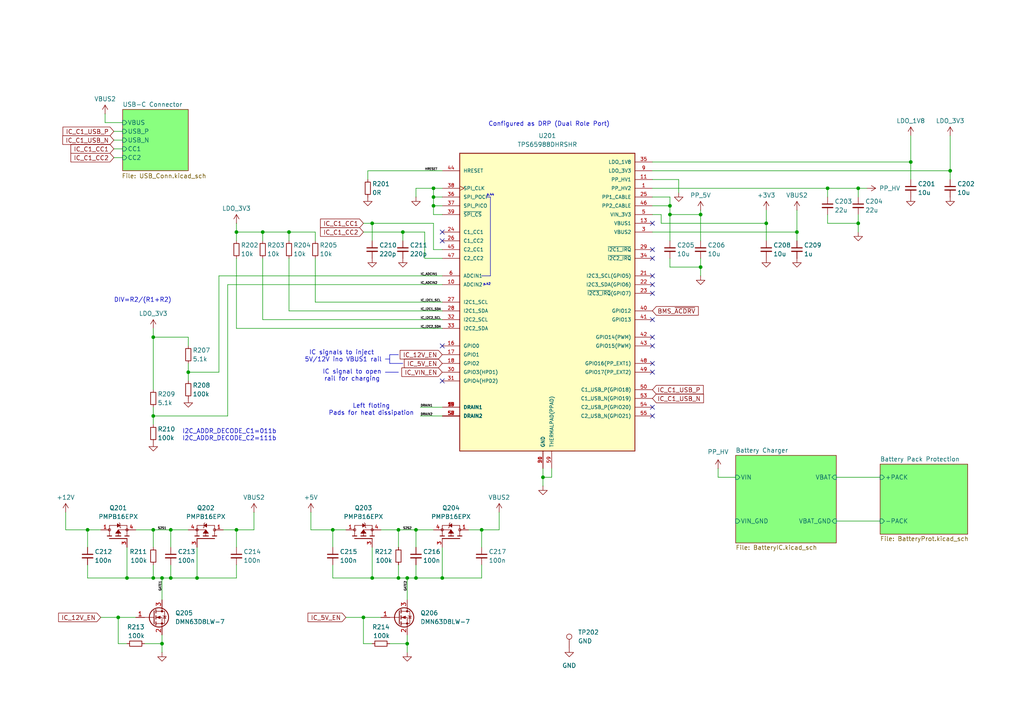
<source format=kicad_sch>
(kicad_sch (version 20231120) (generator "eeschema") (generator_version "8.0")
  (paper "A4")
  (title_block (title "Battery Pack Board") (date "2024-09-21") (rev "1.0") (company "WM"))
  (lib_symbols
    (symbol "Connector:TestPoint" (pin_numbers hide) (pin_names (offset 0.762) hide)
      (property "Reference" "TP" (at 0 6.858 0))
      (property "Value" "TestPoint" (at 0 5.08 0))
      (symbol "TestPoint_0_1"
        (circle (center 0 3.302) (radius 0.762))
      )
      (symbol "TestPoint_1_1"
        (pin passive line (at 0 0 90) (length 2.54) (name "1") (number "1"))
      )
    )
    (symbol "Device:C_Small" (pin_numbers hide) (pin_names (offset 0.254) hide)
      (property "Reference" "C" (at 0.254 1.778 0))
      (property "Value" "C_Small" (at 0.254 -2.032 0))
      (symbol "C_Small_0_1"
        (polyline (pts (xy -1.524 -0.508) (xy 1.524 -0.508)) (stroke (width 0.3302)))
        (polyline (pts (xy -1.524 0.508) (xy 1.524 0.508)) (stroke (width 0.3048)))
      )
      (symbol "C_Small_1_1"
        (pin passive line (at 0 2.54 270) (length 2.032) (name "~") (number "1"))
        (pin passive line (at 0 -2.54 90) (length 2.032) (name "~") (number "2"))
      )
    )
    (symbol "Device:Q_NMOS_GSD" (pin_names (offset 0) hide)
      (property "Reference" "Q" (at 5.08 1.27 0))
      (property "Value" "Q_NMOS_GSD" (at 5.08 -1.27 0))
      (symbol "Q_NMOS_GSD_0_1"
        (polyline (pts (xy 0.254 0) (xy -2.54 0)))
        (polyline (pts (xy 0.254 1.905) (xy 0.254 -1.905)) (stroke (width 0.254)))
        (polyline (pts (xy 0.762 -1.27) (xy 0.762 -2.286)) (stroke (width 0.254)))
        (polyline (pts (xy 0.762 0.508) (xy 0.762 -0.508)) (stroke (width 0.254)))
        (polyline (pts (xy 0.762 2.286) (xy 0.762 1.27)) (stroke (width 0.254)))
        (polyline (pts (xy 2.54 2.54) (xy 2.54 1.778)))
        (polyline (pts (xy 2.54 -2.54) (xy 2.54 0) (xy 0.762 0)))
        (polyline (pts (xy 0.762 -1.778) (xy 3.302 -1.778) (xy 3.302 1.778) (xy 0.762 1.778)))
        (polyline (pts (xy 1.016 0) (xy 2.032 0.381) (xy 2.032 -0.381) (xy 1.016 0)) (fill (type outline)))
        (polyline (pts (xy 2.794 0.508) (xy 2.921 0.381) (xy 3.683 0.381) (xy 3.81 0.254)))
        (polyline (pts (xy 3.302 0.381) (xy 2.921 -0.254) (xy 3.683 -0.254) (xy 3.302 0.381)))
        (circle (center 1.651 0) (radius 2.794) (stroke (width 0.254)))
        (circle (center 2.54 -1.778) (radius 0.254) (fill (type outline)))
        (circle (center 2.54 1.778) (radius 0.254) (fill (type outline)))
      )
      (symbol "Q_NMOS_GSD_1_1"
        (pin input line (at -5.08 0 0) (length 2.54) (name "G") (number "1"))
        (pin passive line (at 2.54 -5.08 90) (length 2.54) (name "S") (number "2"))
        (pin passive line (at 2.54 5.08 270) (length 2.54) (name "D") (number "3"))
      )
    )
    (symbol "Device:R_Small" (pin_numbers hide) (pin_names (offset 0.254) hide)
      (property "Reference" "R" (at 0.762 0.508 0))
      (property "Value" "R_Small" (at 0.762 -1.016 0))
      (symbol "R_Small_0_1"
        (rectangle (start -0.762 1.778) (end 0.762 -1.778) (stroke (width 0.2032)))
      )
      (symbol "R_Small_1_1"
        (pin passive line (at 0 2.54 270) (length 0.762) (name "~") (number "1"))
        (pin passive line (at 0 -2.54 90) (length 0.762) (name "~") (number "2"))
      )
    )
    (symbol "PMPB16EPX:PMPB16EPX" (pin_names (offset 1.016))
      (property "Reference" "Q" (at -6.096 4.064 0))
      (property "Value" "PMPB16EPX" (at -9.906 -6.35 0))
      (symbol "PMPB16EPX_0_0"
        (polyline (pts (xy 0 -2.54) (xy 0 2.54)) (stroke (width 0.254)))
        (polyline (pts (xy 0.762 -3.175) (xy 0.762 -2.54)) (stroke (width 0.254)))
        (polyline (pts (xy 0.762 -2.54) (xy 0.762 -1.905)) (stroke (width 0.254)))
        (polyline (pts (xy 0.762 -2.54) (xy 3.81 -2.54)) (stroke (width 0.1524)))
        (polyline (pts (xy 0.762 -0.762) (xy 0.762 0)) (stroke (width 0.254)))
        (polyline (pts (xy 0.762 0) (xy 0.762 0.762)) (stroke (width 0.254)))
        (polyline (pts (xy 0.762 0) (xy 2.54 0)) (stroke (width 0.1524)))
        (polyline (pts (xy 0.762 1.905) (xy 0.762 2.54)) (stroke (width 0.254)))
        (polyline (pts (xy 0.762 2.54) (xy 0.762 3.175)) (stroke (width 0.254)))
        (polyline (pts (xy 2.54 0) (xy 2.54 2.54)) (stroke (width 0.1524)))
        (polyline (pts (xy 2.54 2.54) (xy 0.762 2.54)) (stroke (width 0.1524)))
        (polyline (pts (xy 2.54 2.54) (xy 3.81 2.54)) (stroke (width 0.1524)))
        (polyline (pts (xy 3.048 0.762) (xy 3.302 0.508)) (stroke (width 0.1524)))
        (polyline (pts (xy 3.302 0.508) (xy 3.81 0.508)) (stroke (width 0.1524)))
        (polyline (pts (xy 3.81 -2.54) (xy 3.81 0.508)) (stroke (width 0.1524)))
        (polyline (pts (xy 3.81 0.508) (xy 3.81 2.54)) (stroke (width 0.1524)))
        (polyline (pts (xy 3.81 0.508) (xy 4.318 0.508)) (stroke (width 0.1524)))
        (polyline (pts (xy 4.318 0.508) (xy 4.572 0.254)) (stroke (width 0.1524)))
        (polyline (pts (xy 2.54 0) (xy 1.524 0.762) (xy 1.524 -0.762) (xy 2.54 0)) (stroke (width 0.1524)) (fill (type outline)))
        (polyline (pts (xy 3.81 0.508) (xy 4.318 -0.254) (xy 3.302 -0.254) (xy 3.81 0.508)) (stroke (width 0.1524)) (fill (type outline)))
        (circle (center 2.54 -2.54) (radius 0.3592))
        (circle (center 2.54 2.54) (radius 0.3592))
        (pin passive line (at 2.54 -5.08 90) (length 2.54) (name "~") (number "1"))
        (pin passive line (at -2.54 2.54 0) (length 2.54) (name "~") (number "3"))
        (pin passive line (at 2.54 5.08 270) (length 2.54) (name "~") (number "4"))
      )
      (symbol "PMPB16EPX_1_0"
        (pin passive line (at 2.54 -5.08 90) (length 2.54) hide (name "~") (number "2"))
        (pin passive line (at 2.54 -5.08 90) (length 2.54) hide (name "~") (number "5"))
        (pin passive line (at 2.54 -5.08 90) (length 2.54) hide (name "~") (number "6"))
        (pin passive line (at 2.54 -5.08 90) (length 2.54) hide (name "~") (number "7"))
        (pin passive line (at 2.54 5.08 270) (length 2.54) hide (name "~") (number "8"))
      )
    )
    (symbol "TPS65988DHRSHR:TPS65988DHRSHR" (pin_names (offset 1.016))
      (property "Reference" "U" (at -25.4039 44.4579 0))
      (property "Value" "TPS65988DHRSHR" (at -25.4014 -45.7227 0))
      (symbol "TPS65988DHRSHR_0_0"
        (rectangle (start -25.4 -43.18) (end 25.4 43.18) (stroke (width 0.254)) (fill (type background)))
        (pin power_in line (at 30.48 33.02 180) (length 5.08) (name "PP_HV2") (number "1"))
        (pin input line (at -30.48 5.08 0) (length 5.08) (name "ADCIN2") (number "10"))
        (pin power_in line (at 30.48 35.56 180) (length 5.08) (name "PP_HV1") (number "11"))
        (pin power_in line (at 30.48 22.86 180) (length 5.08) (name "VBUS1") (number "13"))
        (pin passive line (at -30.48 -30.48 0) (length 5.08) (name "DRAIN1") (number "15"))
        (pin bidirectional line (at -30.48 -12.7 0) (length 5.08) (name "GPIO0") (number "16"))
        (pin bidirectional line (at -30.48 -15.24 0) (length 5.08) (name "GPIO1") (number "17"))
        (pin bidirectional line (at -30.48 -17.78 0) (length 5.08) (name "GPIO2") (number "18"))
        (pin passive line (at -30.48 -30.48 0) (length 5.08) (name "DRAIN1") (number "19"))
        (pin power_in line (at -1.27 -48.26 90) (length 5.08) (name "GND") (number "20"))
        (pin bidirectional line (at 30.48 7.62 180) (length 5.08) (name "I2C3_SCL(GPIO5)") (number "21"))
        (pin bidirectional line (at 30.48 5.08 180) (length 5.08) (name "I2C3_SDA(GPIO6)") (number "22"))
        (pin bidirectional line (at 30.48 2.54 180) (length 5.08) (name "~{I2C3_IRQ}(GPIO7)") (number "23"))
        (pin bidirectional line (at -30.48 20.32 0) (length 5.08) (name "C1_CC1") (number "24"))
        (pin power_in line (at 30.48 30.48 180) (length 5.08) (name "PP1_CABLE") (number "25"))
        (pin bidirectional line (at -30.48 17.78 0) (length 5.08) (name "C1_CC2") (number "26"))
        (pin bidirectional line (at -30.48 0 0) (length 5.08) (name "I2C1_SCL") (number "27"))
        (pin bidirectional line (at -30.48 -2.54 0) (length 5.08) (name "I2C1_SDA") (number "28"))
        (pin output line (at 30.48 15.24 180) (length 5.08) (name "~{I2C1_IRQ}") (number "29"))
        (pin power_in line (at 30.48 20.32 180) (length 5.08) (name "VBUS2") (number "3"))
        (pin bidirectional line (at -30.48 -20.32 0) (length 5.08) (name "GPIO3(HPD1)") (number "30"))
        (pin bidirectional line (at -30.48 -22.86 0) (length 5.08) (name "GPIO4(HPD2)") (number "31"))
        (pin bidirectional line (at -30.48 -5.08 0) (length 5.08) (name "I2C2_SCL") (number "32"))
        (pin bidirectional line (at -30.48 -7.62 0) (length 5.08) (name "I2C2_SDA") (number "33"))
        (pin output line (at 30.48 12.7 180) (length 5.08) (name "~{I2C2_IRQ}") (number "34"))
        (pin power_in line (at 30.48 40.64 180) (length 5.08) (name "LDO_1V8") (number "35"))
        (pin bidirectional line (at -30.48 30.48 0) (length 5.08) (name "SPI_POCI") (number "36"))
        (pin bidirectional line (at -30.48 27.94 0) (length 5.08) (name "SPI_PICO") (number "37"))
        (pin bidirectional clock (at -30.48 33.02 0) (length 5.08) (name "SPI_CLK") (number "38"))
        (pin bidirectional line (at -30.48 25.4 0) (length 5.08) (name "~{SPI_CS}") (number "39"))
        (pin bidirectional line (at 30.48 -2.54 180) (length 5.08) (name "GPIO12") (number "40"))
        (pin bidirectional line (at 30.48 -5.08 180) (length 5.08) (name "GPIO13") (number "41"))
        (pin bidirectional line (at 30.48 -10.16 180) (length 5.08) (name "GPIO14(PWM)") (number "42"))
        (pin bidirectional line (at 30.48 -12.7 180) (length 5.08) (name "GPIO15(PWM)") (number "43"))
        (pin bidirectional line (at -30.48 38.1 0) (length 5.08) (name "HRESET") (number "44"))
        (pin bidirectional line (at -30.48 15.24 0) (length 5.08) (name "C2_CC1") (number "45"))
        (pin power_in line (at 30.48 27.94 180) (length 5.08) (name "PP2_CABLE") (number "46"))
        (pin bidirectional line (at -30.48 12.7 0) (length 5.08) (name "C2_CC2") (number "47"))
        (pin bidirectional line (at 30.48 -17.78 180) (length 5.08) (name "GPIO16(PP_EXT1)") (number "48"))
        (pin bidirectional line (at 30.48 -20.32 180) (length 5.08) (name "GPIO17(PP_EXT2)") (number "49"))
        (pin power_in line (at 30.48 25.4 180) (length 5.08) (name "VIN_3V3") (number "5"))
        (pin bidirectional line (at 30.48 -25.4 180) (length 5.08) (name "C1_USB_P(GPIO18)") (number "50"))
        (pin power_in line (at -1.27 -48.26 90) (length 5.08) (name "GND") (number "51"))
        (pin passive line (at -30.48 -33.02 0) (length 5.08) (name "DRAIN2") (number "52"))
        (pin bidirectional line (at 30.48 -27.94 180) (length 5.08) (name "C1_USB_N(GPIO19)") (number "53"))
        (pin bidirectional line (at 30.48 -30.48 180) (length 5.08) (name "C2_USB_P(GPIO20)") (number "54"))
        (pin bidirectional line (at 30.48 -33.02 180) (length 5.08) (name "C2_USB_N(GPIO21)") (number "55"))
        (pin passive line (at -30.48 -33.02 0) (length 5.08) (name "DRAIN2") (number "56"))
        (pin passive line (at -30.48 -33.02 0) (length 5.08) (name "DRAIN2") (number "57"))
        (pin passive line (at -30.48 -30.48 0) (length 5.08) (name "DRAIN1") (number "58"))
        (pin power_in line (at 1.27 -48.26 90) (length 5.08) (name "THERMALPAD(PPAD)") (number "59"))
        (pin input line (at -30.48 7.62 0) (length 5.08) (name "ADCIN1") (number "6"))
        (pin passive line (at -30.48 -33.02 0) (length 5.08) (name "DRAIN2") (number "7"))
        (pin passive line (at -30.48 -30.48 0) (length 5.08) (name "DRAIN1") (number "8"))
        (pin power_in line (at 30.48 38.1 180) (length 5.08) (name "LDO_3V3") (number "9"))
      )
      (symbol "TPS65988DHRSHR_1_0"
        (pin power_in line (at 30.48 35.56 180) (length 5.08) hide (name "PP_HV1") (number "12"))
        (pin power_in line (at 30.48 22.86 180) (length 5.08) hide (name "VBUS1") (number "14"))
        (pin power_in line (at 30.48 33.02 180) (length 5.08) hide (name "PP_HV2") (number "2"))
        (pin power_in line (at 30.48 20.32 180) (length 5.08) hide (name "VBUS2") (number "4"))
      )
    )
    (symbol "power:+3.3V" (power) (pin_numbers hide) (pin_names (offset 0) hide)
      (property "Value" "+3.3V" (at 0 3.556 0))
      (symbol "+3.3V_0_1"
        (polyline (pts (xy -0.762 1.27) (xy 0 2.54)))
        (polyline (pts (xy 0 0) (xy 0 2.54)))
        (polyline (pts (xy 0 2.54) (xy 0.762 1.27)))
      )
      (symbol "+3.3V_1_1"
        (pin power_in line (at 0 0 90) (length 0) (name "~") (number "1"))
      )
    )
    (symbol "power:GND" (power) (pin_numbers hide) (pin_names (offset 0) hide)
      (property "Value" "GND" (at 0 -3.81 0))
      (symbol "GND_0_1"
        (polyline (pts (xy 0 0) (xy 0 -1.27) (xy 1.27 -1.27) (xy 0 -2.54) (xy -1.27 -1.27) (xy 0 -1.27)))
      )
      (symbol "GND_1_1"
        (pin power_in line (at 0 0 270) (length 0) (name "~") (number "1"))
      )
    )
  )
  (junction (at 44.45 167.64))
  (junction (at 118.11 167.64))
  (junction (at 125.73 59.69))
  (junction (at 46.99 186.69))
  (junction (at 83.82 67.31))
  (junction (at 96.52 153.67))
  (junction (at 68.58 67.31))
  (junction (at 275.59 49.53))
  (junction (at 46.99 167.64))
  (junction (at 57.15 167.64))
  (junction (at 34.29 179.07))
  (junction (at 203.2 62.23))
  (junction (at 157.48 138.43))
  (junction (at 49.53 167.64))
  (junction (at 44.45 120.65))
  (junction (at 240.03 54.61))
  (junction (at 49.53 153.67))
  (junction (at 44.45 153.67))
  (junction (at 128.27 167.64))
  (junction (at 118.11 186.69))
  (junction (at 125.73 57.15))
  (junction (at 203.2 77.47))
  (junction (at 68.58 153.67))
  (junction (at 76.2 67.31))
  (junction (at 264.16 46.99))
  (junction (at 115.57 167.64))
  (junction (at 194.31 59.69))
  (junction (at 248.92 64.77))
  (junction (at 54.61 107.95))
  (junction (at 231.14 67.31))
  (junction (at 44.45 97.79))
  (junction (at 194.31 62.23))
  (junction (at 116.84 67.31))
  (junction (at 115.57 153.67))
  (junction (at 248.92 54.61))
  (junction (at 139.7 153.67))
  (junction (at 125.73 54.61))
  (junction (at 222.25 64.77))
  (junction (at 120.65 167.64))
  (junction (at 105.41 179.07))
  (junction (at 120.65 153.67))
  (junction (at 36.83 167.64))
  (junction (at 107.95 167.64))
  (junction (at 107.95 64.77))
  (junction (at 25.4 153.67))
  (no_connect (at 128.27 110.49))
  (no_connect (at 189.23 82.55))
  (no_connect (at 189.23 85.09))
  (no_connect (at 189.23 64.77))
  (no_connect (at 189.23 74.93))
  (no_connect (at 189.23 120.65))
  (no_connect (at 189.23 92.71))
  (no_connect (at 128.27 69.85))
  (no_connect (at 189.23 118.11))
  (no_connect (at 189.23 107.95))
  (no_connect (at 189.23 72.39))
  (no_connect (at 128.27 100.33))
  (no_connect (at 189.23 105.41))
  (no_connect (at 128.27 67.31))
  (no_connect (at 189.23 100.33))
  (no_connect (at 189.23 80.01))
  (no_connect (at 189.23 97.79))
  (wire (pts (xy 264.16 46.99) (xy 264.16 39.37)))
  (wire (pts (xy 123.19 67.31) (xy 123.19 74.93)))
  (wire (pts (xy 128.27 57.15) (xy 125.73 57.15)))
  (wire (pts (xy 46.99 186.69) (xy 46.99 184.15)))
  (wire (pts (xy 90.17 153.67) (xy 96.52 153.67)))
  (wire (pts (xy 248.92 64.77) (xy 248.92 62.23)))
  (wire (pts (xy 25.4 167.64) (xy 36.83 167.64)))
  (wire (pts (xy 196.85 55.88) (xy 196.85 52.07)))
  (wire (pts (xy 189.23 57.15) (xy 194.31 57.15)))
  (wire (pts (xy 194.31 77.47) (xy 203.2 77.47)))
  (wire (pts (xy 83.82 90.17) (xy 83.82 74.93)))
  (wire (pts (xy 35.56 43.18) (xy 33.02 43.18)))
  (wire (pts (xy 120.65 167.64) (xy 120.65 163.83)))
  (wire (pts (xy 110.49 153.67) (xy 115.57 153.67)))
  (wire (pts (xy 189.23 54.61) (xy 240.03 54.61)))
  (wire (pts (xy 68.58 153.67) (xy 68.58 158.75)))
  (wire (pts (xy 231.14 67.31) (xy 231.14 69.85)))
  (wire (pts (xy 189.23 67.31) (xy 231.14 67.31)))
  (wire (pts (xy 242.57 151.13) (xy 255.27 151.13)))
  (wire (pts (xy 116.84 67.31) (xy 116.84 69.85)))
  (wire (pts (xy 68.58 67.31) (xy 68.58 69.85)))
  (wire (pts (xy 83.82 67.31) (xy 76.2 67.31)))
  (wire (pts (xy 125.73 62.23) (xy 125.73 59.69)))
  (wire (pts (xy 157.48 140.97) (xy 157.48 138.43)))
  (wire (pts (xy 107.95 167.64) (xy 115.57 167.64)))
  (wire (pts (xy 44.45 120.65) (xy 66.04 120.65)))
  (wire (pts (xy 41.91 186.69) (xy 46.99 186.69)))
  (wire (pts (xy 107.95 158.75) (xy 107.95 167.64)))
  (polyline (pts (xy 142.24 80.01) (xy 142.24 57.15)))
  (wire (pts (xy 115.57 153.67) (xy 120.65 153.67)))
  (wire (pts (xy 44.45 118.11) (xy 44.45 120.65)))
  (wire (pts (xy 46.99 167.64) (xy 49.53 167.64)))
  (wire (pts (xy 123.19 74.93) (xy 128.27 74.93)))
  (wire (pts (xy 189.23 49.53) (xy 275.59 49.53)))
  (wire (pts (xy 25.4 153.67) (xy 29.21 153.67)))
  (wire (pts (xy 144.78 148.59) (xy 144.78 153.67)))
  (wire (pts (xy 105.41 67.31) (xy 116.84 67.31)))
  (wire (pts (xy 68.58 163.83) (xy 68.58 167.64)))
  (wire (pts (xy 116.84 67.31) (xy 123.19 67.31)))
  (wire (pts (xy 44.45 163.83) (xy 44.45 167.64)))
  (wire (pts (xy 125.73 57.15) (xy 125.73 59.69)))
  (wire (pts (xy 120.65 54.61) (xy 120.65 57.15)))
  (wire (pts (xy 120.65 153.67) (xy 120.65 158.75)))
  (wire (pts (xy 118.11 167.64) (xy 120.65 167.64)))
  (wire (pts (xy 96.52 163.83) (xy 96.52 167.64)))
  (wire (pts (xy 66.04 82.55) (xy 128.27 82.55)))
  (wire (pts (xy 231.14 60.96) (xy 231.14 67.31)))
  (wire (pts (xy 120.65 153.67) (xy 125.73 153.67)))
  (wire (pts (xy 83.82 90.17) (xy 128.27 90.17)))
  (wire (pts (xy 248.92 54.61) (xy 248.92 57.15)))
  (wire (pts (xy 139.7 153.67) (xy 144.78 153.67)))
  (wire (pts (xy 189.23 59.69) (xy 194.31 59.69)))
  (wire (pts (xy 194.31 57.15) (xy 194.31 59.69)))
  (wire (pts (xy 54.61 97.79) (xy 44.45 97.79)))
  (wire (pts (xy 125.73 72.39) (xy 128.27 72.39)))
  (wire (pts (xy 33.02 38.1) (xy 35.56 38.1)))
  (wire (pts (xy 157.48 138.43) (xy 157.48 135.89)))
  (wire (pts (xy 115.57 163.83) (xy 115.57 167.64)))
  (wire (pts (xy 36.83 186.69) (xy 34.29 186.69)))
  (wire (pts (xy 90.17 148.59) (xy 90.17 153.67)))
  (wire (pts (xy 125.73 54.61) (xy 125.73 57.15)))
  (wire (pts (xy 49.53 167.64) (xy 49.53 163.83)))
  (wire (pts (xy 57.15 158.75) (xy 57.15 167.64)))
  (wire (pts (xy 33.02 40.64) (xy 35.56 40.64)))
  (wire (pts (xy 118.11 189.23) (xy 118.11 186.69)))
  (wire (pts (xy 19.05 148.59) (xy 19.05 153.67)))
  (wire (pts (xy 54.61 107.95) (xy 54.61 110.49)))
  (wire (pts (xy 19.05 153.67) (xy 25.4 153.67)))
  (wire (pts (xy 128.27 59.69) (xy 125.73 59.69)))
  (wire (pts (xy 54.61 105.41) (xy 54.61 107.95)))
  (wire (pts (xy 121.92 118.11) (xy 128.27 118.11)))
  (wire (pts (xy 68.58 95.25) (xy 128.27 95.25)))
  (wire (pts (xy 139.7 167.64) (xy 128.27 167.64)))
  (wire (pts (xy 44.45 153.67) (xy 44.45 158.75)))
  (wire (pts (xy 139.7 153.67) (xy 139.7 158.75)))
  (wire (pts (xy 105.41 179.07) (xy 110.49 179.07)))
  (wire (pts (xy 107.95 64.77) (xy 125.73 64.77)))
  (wire (pts (xy 96.52 153.67) (xy 100.33 153.67)))
  (wire (pts (xy 66.04 120.65) (xy 66.04 82.55)))
  (wire (pts (xy 29.21 179.07) (xy 34.29 179.07)))
  (wire (pts (xy 203.2 62.23) (xy 203.2 69.85)))
  (wire (pts (xy 105.41 179.07) (xy 105.41 186.69)))
  (wire (pts (xy 106.68 49.53) (xy 128.27 49.53)))
  (wire (pts (xy 135.89 153.67) (xy 139.7 153.67)))
  (wire (pts (xy 54.61 97.79) (xy 54.61 100.33)))
  (wire (pts (xy 36.83 167.64) (xy 44.45 167.64)))
  (wire (pts (xy 115.57 153.67) (xy 115.57 158.75)))
  (wire (pts (xy 30.48 33.02) (xy 30.48 35.56)))
  (wire (pts (xy 191.77 64.77) (xy 222.25 64.77)))
  (wire (pts (xy 91.44 87.63) (xy 91.44 74.93)))
  (wire (pts (xy 34.29 179.07) (xy 39.37 179.07)))
  (wire (pts (xy 25.4 153.67) (xy 25.4 158.75)))
  (wire (pts (xy 194.31 62.23) (xy 194.31 59.69)))
  (wire (pts (xy 275.59 39.37) (xy 275.59 49.53)))
  (wire (pts (xy 76.2 92.71) (xy 128.27 92.71)))
  (wire (pts (xy 125.73 64.77) (xy 125.73 72.39)))
  (wire (pts (xy 64.77 153.67) (xy 68.58 153.67)))
  (wire (pts (xy 240.03 54.61) (xy 248.92 54.61)))
  (wire (pts (xy 107.95 64.77) (xy 107.95 69.85)))
  (wire (pts (xy 46.99 189.23) (xy 46.99 186.69)))
  (wire (pts (xy 194.31 62.23) (xy 203.2 62.23)))
  (wire (pts (xy 91.44 69.85) (xy 91.44 67.31)))
  (polyline (pts (xy 140.97 57.15) (xy 142.24 57.15)))
  (wire (pts (xy 160.02 138.43) (xy 157.48 138.43)))
  (wire (pts (xy 25.4 163.83) (xy 25.4 167.64)))
  (wire (pts (xy 100.33 179.07) (xy 105.41 179.07)))
  (wire (pts (xy 125.73 54.61) (xy 120.65 54.61)))
  (wire (pts (xy 203.2 80.01) (xy 203.2 77.47)))
  (wire (pts (xy 57.15 167.64) (xy 49.53 167.64)))
  (wire (pts (xy 63.5 80.01) (xy 63.5 107.95)))
  (wire (pts (xy 189.23 62.23) (xy 191.77 62.23)))
  (wire (pts (xy 128.27 54.61) (xy 125.73 54.61)))
  (wire (pts (xy 264.16 46.99) (xy 264.16 52.07)))
  (wire (pts (xy 36.83 158.75) (xy 36.83 167.64)))
  (wire (pts (xy 194.31 62.23) (xy 194.31 69.85)))
  (wire (pts (xy 76.2 67.31) (xy 68.58 67.31)))
  (polyline (pts (xy 139.7 80.01) (xy 142.24 80.01)))
  (wire (pts (xy 34.29 179.07) (xy 34.29 186.69)))
  (wire (pts (xy 30.48 35.56) (xy 35.56 35.56)))
  (wire (pts (xy 68.58 167.64) (xy 57.15 167.64)))
  (wire (pts (xy 68.58 64.77) (xy 68.58 67.31)))
  (wire (pts (xy 189.23 46.99) (xy 264.16 46.99)))
  (wire (pts (xy 160.02 135.89) (xy 160.02 138.43)))
  (wire (pts (xy 128.27 158.75) (xy 128.27 167.64)))
  (wire (pts (xy 208.28 135.89) (xy 208.28 138.43)))
  (wire (pts (xy 44.45 97.79) (xy 44.45 113.03)))
  (wire (pts (xy 118.11 186.69) (xy 118.11 184.15)))
  (wire (pts (xy 44.45 167.64) (xy 46.99 167.64)))
  (wire (pts (xy 44.45 120.65) (xy 44.45 123.19)))
  (wire (pts (xy 139.7 163.83) (xy 139.7 167.64)))
  (wire (pts (xy 76.2 67.31) (xy 76.2 69.85)))
  (wire (pts (xy 68.58 153.67) (xy 73.66 153.67)))
  (wire (pts (xy 275.59 49.53) (xy 275.59 52.07)))
  (wire (pts (xy 96.52 153.67) (xy 96.52 158.75)))
  (wire (pts (xy 121.92 120.65) (xy 128.27 120.65)))
  (wire (pts (xy 240.03 64.77) (xy 248.92 64.77)))
  (wire (pts (xy 44.45 95.25) (xy 44.45 97.79)))
  (wire (pts (xy 96.52 167.64) (xy 107.95 167.64)))
  (wire (pts (xy 91.44 67.31) (xy 83.82 67.31)))
  (wire (pts (xy 46.99 167.64) (xy 46.99 173.99)))
  (wire (pts (xy 118.11 167.64) (xy 118.11 173.99)))
  (wire (pts (xy 63.5 80.01) (xy 128.27 80.01)))
  (wire (pts (xy 191.77 62.23) (xy 191.77 64.77)))
  (wire (pts (xy 68.58 95.25) (xy 68.58 74.93)))
  (wire (pts (xy 128.27 167.64) (xy 120.65 167.64)))
  (wire (pts (xy 39.37 153.67) (xy 44.45 153.67)))
  (wire (pts (xy 240.03 54.61) (xy 240.03 57.15)))
  (wire (pts (xy 194.31 74.93) (xy 194.31 77.47)))
  (wire (pts (xy 222.25 64.77) (xy 222.25 69.85)))
  (wire (pts (xy 203.2 60.96) (xy 203.2 62.23)))
  (wire (pts (xy 106.68 49.53) (xy 106.68 52.07)))
  (wire (pts (xy 35.56 45.72) (xy 33.02 45.72)))
  (wire (pts (xy 240.03 62.23) (xy 240.03 64.77)))
  (wire (pts (xy 91.44 87.63) (xy 128.27 87.63)))
  (wire (pts (xy 83.82 67.31) (xy 83.82 69.85)))
  (wire (pts (xy 49.53 153.67) (xy 54.61 153.67)))
  (wire (pts (xy 107.95 186.69) (xy 105.41 186.69)))
  (wire (pts (xy 63.5 107.95) (xy 54.61 107.95)))
  (wire (pts (xy 73.66 148.59) (xy 73.66 153.67)))
  (wire (pts (xy 222.25 60.96) (xy 222.25 64.77)))
  (wire (pts (xy 248.92 67.31) (xy 248.92 64.77)))
  (wire (pts (xy 76.2 92.71) (xy 76.2 74.93)))
  (wire (pts (xy 44.45 153.67) (xy 49.53 153.67)))
  (wire (pts (xy 208.28 138.43) (xy 213.36 138.43)))
  (wire (pts (xy 242.57 138.43) (xy 255.27 138.43)))
  (wire (pts (xy 203.2 77.47) (xy 203.2 74.93)))
  (wire (pts (xy 105.41 64.77) (xy 107.95 64.77)))
  (wire (pts (xy 115.57 167.64) (xy 118.11 167.64)))
  (wire (pts (xy 113.03 186.69) (xy 118.11 186.69)))
  (wire (pts (xy 128.27 62.23) (xy 125.73 62.23)))
  (wire (pts (xy 248.92 54.61) (xy 251.46 54.61)))
  (wire (pts (xy 196.85 52.07) (xy 189.23 52.07)))
  (wire (pts (xy 49.53 153.67) (xy 49.53 158.75)))
  (rectangle (start 113.03 105.41) (end 116.84 105.41))
  (rectangle (start 113.03 102.87) (end 115.57 102.87))
  (rectangle (start 111.76 107.95) (end 115.57 107.95))
  (rectangle (start 113.03 102.87) (end 113.03 105.41))
  (rectangle (start 111.76 104.14) (end 113.03 104.14))
  (text "Left floting\nPads for heat dissipation" (at 107.696 118.872 0) (effects (font (size 1.27 1.27))))
  (text "DIV=R2/(R1+R2)" (at 41.402 87.122 0) (effects (font (size 1.27 1.27))))
  (text "p.44" (at 142.24 56.642 0) (effects (font (size 0.635 0.635))))
  (text "IC signals to inject \n5V/12V ino VBUS1 rail" (at 99.568 103.378 0) (effects (font (size 1.27 1.27))))
  (text "Configured as DRP (Dual Role Port)" (at 159.258 36.068 0) (effects (font (size 1.27 1.27))))
  (text "p.42\n" (at 141.224 82.55 0) (effects (font (size 0.635 0.635))))
  (text "IC signal to open\nrail for charging" (at 102.108 108.966 0) (effects (font (size 1.27 1.27))))
  (text "I2C_ADDR_DECODE_C1=011b\nI2C_ADDR_DECODE_C2=111b" (at 66.548 126.238 0) (effects (font (size 1.27 1.27))))
  (label "IC_I2C1_SDA" (at 121.92 90.17 0) (effects (font (size 0.635 0.635))))
  (label "IC_ADCIN2" (at 121.92 82.55 0) (effects (font (size 0.635 0.635))))
  (label "S2S1" (at 45.72 153.67 0) (effects (font (size 0.635 0.635))))
  (label "IC_I2C1_SCL" (at 121.92 87.63 0) (effects (font (size 0.635 0.635))))
  (label "DRAIN1" (at 121.92 118.11 0) (effects (font (size 0.635 0.635))))
  (label "GATE2" (at 118.11 171.45 90) (effects (font (size 0.635 0.635))))
  (label "DRAIN2" (at 121.92 120.65 0) (effects (font (size 0.635 0.635))))
  (label "HRESET" (at 123.19 49.53 0) (effects (font (size 0.635 0.635))))
  (label "GATE1" (at 46.99 171.45 90) (effects (font (size 0.635 0.635))))
  (label "IC_ADCIN1" (at 121.92 80.01 0) (effects (font (size 0.635 0.635))))
  (label "IC_I2C2_SCL" (at 121.92 92.71 0) (effects (font (size 0.635 0.635))))
  (label "IC_I2C2_SDA" (at 121.92 95.25 0) (effects (font (size 0.635 0.635))))
  (label "S2S2" (at 116.84 153.67 0) (effects (font (size 0.635 0.635))))
  (global_label "IC_5V_EN" (shape input) (at 128.27 105.41 180) (property "Intersheetrefs" "${INTERSHEET_REFS}" (effects (hide yes))))
  (global_label "IC_VIN_EN" (shape input) (at 128.27 107.95 180) (property "Intersheetrefs" "${INTERSHEET_REFS}" (effects (hide yes))))
  (global_label "BMS_~{ACDRV}" (shape input) (at 189.23 90.17 0) (property "Intersheetrefs" "${INTERSHEET_REFS}" (effects (hide yes))))
  (global_label "IC_C1_CC2" (shape input) (at 105.41 67.31 180) (property "Intersheetrefs" "${INTERSHEET_REFS}" (effects (hide yes))))
  (global_label "IC_C1_USB_N" (shape input) (at 33.02 40.64 180) (property "Intersheetrefs" "${INTERSHEET_REFS}" (effects (hide yes))))
  (global_label "IC_C1_USB_P" (shape input) (at 33.02 38.1 180) (property "Intersheetrefs" "${INTERSHEET_REFS}" (effects (hide yes))))
  (global_label "IC_12V_EN" (shape input) (at 128.27 102.87 180) (property "Intersheetrefs" "${INTERSHEET_REFS}" (effects (hide yes))))
  (global_label "IC_12V_EN" (shape input) (at 29.21 179.07 180) (property "Intersheetrefs" "${INTERSHEET_REFS}" (effects (hide yes))))
  (global_label "IC_5V_EN" (shape input) (at 100.33 179.07 180) (property "Intersheetrefs" "${INTERSHEET_REFS}" (effects (hide yes))))
  (global_label "IC_C1_CC1" (shape input) (at 105.41 64.77 180) (property "Intersheetrefs" "${INTERSHEET_REFS}" (effects (hide yes))))
  (global_label "IC_C1_CC2" (shape input) (at 33.02 45.72 180) (property "Intersheetrefs" "${INTERSHEET_REFS}" (effects (hide yes))))
  (global_label "IC_C1_USB_N" (shape input) (at 189.23 115.57 0) (property "Intersheetrefs" "${INTERSHEET_REFS}" (effects (hide yes))))
  (global_label "IC_C1_CC1" (shape input) (at 33.02 43.18 180) (property "Intersheetrefs" "${INTERSHEET_REFS}" (effects (hide yes))))
  (global_label "IC_C1_USB_P" (shape input) (at 189.23 113.03 0) (property "Intersheetrefs" "${INTERSHEET_REFS}" (effects (hide yes))))
  (symbol (lib_id "Device:R_Small") (at 54.61 113.03 0) (unit 1)
    (property "Reference" "R208" (at 55.88 111.76 0) (effects (justify left)))
    (property "Value" "100k" (at 55.88 114.3 0) (effects (justify left)))
    (property "Footprint" "Resistor_SMD:R_0402_1005Metric" (effects (hide yes)))
    (property "Description" "Resistor, small symbol" (effects (hide yes)))
  )
  (symbol (lib_id "power:GND") (at 107.95 74.93 0) (unit 1)
    (property "Reference" "#PWR0217" (effects (hide yes)))
    (property "Value" "GND" (effects (hide yes)))
    (property "Description" "Power symbol creates a global label with name \"GND\" , ground" (effects (hide yes)))
  )
  (symbol (lib_id "power:+3.3V") (at 231.14 60.96 0) (unit 1)
    (property "Reference" "#PWR0213" (effects (hide yes)))
    (property "Value" "VBUS2" (at 231.14 56.642 0))
    (property "Description" "Power symbol creates a global label with name \"+3.3V\"" (effects (hide yes)))
  )
  (symbol (lib_id "Device:C_Small") (at 116.84 72.39 0) (unit 1)
    (property "Reference" "C211" (at 118.872 71.12 0) (effects (justify left)))
    (property "Value" "220p" (at 118.872 73.66 0) (effects (justify left)))
    (property "Footprint" "Capacitor_SMD:C_0402_1005Metric" (effects (hide yes)))
    (property "Description" "Unpolarized capacitor, small symbol" (effects (hide yes)))
  )
  (symbol (lib_id "power:+3.3V") (at 251.46 54.61 270) (unit 1)
    (property "Reference" "#PWR0205" (effects (hide yes)))
    (property "Value" "PP_HV" (at 258.064 54.61 90))
    (property "Description" "Power symbol creates a global label with name \"+3.3V\"" (effects (hide yes)))
  )
  (symbol (lib_id "PMPB16EPX:PMPB16EPX") (at 34.29 156.21 270) (mirror x) (unit 1)
    (property "Reference" "Q201" (at 34.29 147.32 90))
    (property "Value" "PMPB16EPX" (at 34.29 149.86 90))
    (property "Footprint" "PMPB16EPX:PMPB16EPX" (effects (hide yes)))
    (property "Datasheet" "https://www.mouser.pl/datasheet/2/916/PMPB16EP-1664514.pdf" (effects (hide yes)))
    (property "MF" "Nexperia USA Inc." (effects (hide yes)))
    (property "MAXIMUM_PACKAGE_HEIGHT" "0.65 mm" (effects (hide yes)))
    (property "Package" "DFN2020MD?6-6 Nexperia USA Inc." (effects (hide yes)))
    (property "Price" "None" (effects (hide yes)))
    (property "Check_prices" "https://www.snapeda.com/parts/PMPB16EPX/Nexperia/view-part/?ref=eda" (effects (hide yes)))
    (property "STANDARD" "Manufacturer Recommendations" (effects (hide yes)))
    (property "PARTREV" "v.1" (effects (hide yes)))
    (property "SnapEDA_Link" "https://www.snapeda.com/parts/PMPB16EPX/Nexperia/view-part/?ref=snap" (effects (hide yes)))
    (property "MP" "PMPB16EPX" (effects (hide yes)))
    (property "Description_1" "\nP-Channel 30 V 7.5A (Ta) 2W (Ta), 12.5W (Tc) Surface Mount DFN2020MD-6\n" (effects (hide yes)))
    (property "Availability" "In Stock" (effects (hide yes)))
    (property "MANUFACTURER" "Nexperia" (effects (hide yes)))
    (property "Mouser" "https://www.mouser.pl/ProductDetail/Nexperia/PMPB16EPX?qs=Cb2nCFKsA8qwqmK0FL64WA%3D%3D" (effects (hide yes)))
  )
  (symbol (lib_id "Device:R_Small") (at 110.49 186.69 270) (mirror x) (unit 1)
    (property "Reference" "R214" (at 107.95 181.864 90) (effects (justify left)))
    (property "Value" "100k" (at 108.204 184.404 90) (effects (justify left)))
    (property "Footprint" "Resistor_SMD:R_0402_1005Metric" (effects (hide yes)))
    (property "Description" "Resistor, small symbol" (effects (hide yes)))
  )
  (symbol (lib_id "Device:R_Small") (at 115.57 161.29 0) (mirror y) (unit 1)
    (property "Reference" "R212" (at 113.792 160.02 0) (effects (justify left)))
    (property "Value" "100k" (at 113.792 162.56 0) (effects (justify left)))
    (property "Footprint" "Resistor_SMD:R_0402_1005Metric" (effects (hide yes)))
    (property "Description" "Resistor, small symbol" (effects (hide yes)))
  )
  (symbol (lib_id "Device:C_Small") (at 96.52 161.29 0) (unit 1)
    (property "Reference" "C215" (at 98.552 160.02 0) (effects (justify left)))
    (property "Value" "100n" (at 98.552 162.56 0) (effects (justify left)))
    (property "Footprint" "Capacitor_SMD:C_0402_1005Metric" (effects (hide yes)))
    (property "Description" "Unpolarized capacitor, small symbol" (effects (hide yes)))
  )
  (symbol (lib_id "Device:R_Small") (at 83.82 72.39 0) (unit 1)
    (property "Reference" "R204" (at 85.09 71.12 0) (effects (justify left)))
    (property "Value" "10k" (at 85.09 73.66 0) (effects (justify left)))
    (property "Footprint" "Resistor_SMD:R_0402_1005Metric" (effects (hide yes)))
    (property "Description" "Resistor, small symbol" (effects (hide yes)))
  )
  (symbol (lib_id "Device:C_Small") (at 203.2 72.39 0) (unit 1)
    (property "Reference" "C206" (at 205.232 71.12 0) (effects (justify left)))
    (property "Value" "10u" (at 205.232 73.66 0) (effects (justify left)))
    (property "Footprint" "Capacitor_SMD:C_0402_1005Metric" (effects (hide yes)))
    (property "Description" "Unpolarized capacitor, small symbol" (effects (hide yes)))
  )
  (symbol (lib_id "power:GND") (at 203.2 80.01 0) (unit 1)
    (property "Reference" "#PWR0219" (effects (hide yes)))
    (property "Value" "GND" (effects (hide yes)))
    (property "Description" "Power symbol creates a global label with name \"GND\" , ground" (effects (hide yes)))
  )
  (symbol (lib_id "Device:R_Small") (at 76.2 72.39 0) (unit 1)
    (property "Reference" "R203" (at 77.47 71.12 0) (effects (justify left)))
    (property "Value" "10k" (at 77.47 73.66 0) (effects (justify left)))
    (property "Footprint" "Resistor_SMD:R_0402_1005Metric" (effects (hide yes)))
    (property "Description" "Resistor, small symbol" (effects (hide yes)))
  )
  (symbol (lib_id "power:GND") (at 196.85 55.88 0) (unit 1)
    (property "Reference" "#PWR0206" (effects (hide yes)))
    (property "Value" "GND" (effects (hide yes)))
    (property "Description" "Power symbol creates a global label with name \"GND\" , ground" (effects (hide yes)))
  )
  (symbol (lib_id "power:+3.3V") (at 203.2 60.96 0) (unit 1)
    (property "Reference" "#PWR0211" (effects (hide yes)))
    (property "Value" "PP_5V" (at 203.2 56.642 0))
    (property "Description" "Power symbol creates a global label with name \"+3.3V\"" (effects (hide yes)))
  )
  (symbol (lib_id "TPS65988DHRSHR:TPS65988DHRSHR") (at 158.75 87.63 0) (unit 1)
    (property "Reference" "U201" (at 158.75 39.37 0))
    (property "Value" "TPS65988DHRSHR" (at 158.75 41.91 0))
    (property "Footprint" "TPS65988DHRSHR:TPS65988DHRSHR" (effects (hide yes)))
    (property "Datasheet" "https://www.ti.com/lit/ds/symlink/tps65988.pdf?ts=1722405717194&ref_url=https%253A%252F%252Fapp.ultralibrarian.com%252Fdetails%252F16b0643f-103f-11e9-ab3a-0a3560a4cccc%252FTexas-Instruments%252FTPS65988DHRSHR" (effects (hide yes)))
    (property "MF" "Texas Instruments" (effects (hide yes)))
    (property "MAXIMUM_PACKAGE_HEIGHT" "1mm" (effects (hide yes)))
    (property "Package" "VQFN-56 Texas Instruments" (effects (hide yes)))
    (property "Price" "None" (effects (hide yes)))
    (property "Check_prices" "https://www.snapeda.com/parts/TPS65988DHRSHR/Texas+Instruments/view-part/?ref=eda" (effects (hide yes)))
    (property "STANDARD" "Manufacturer Recommendations" (effects (hide yes)))
    (property "PARTREV" "AUGUST 2021" (effects (hide yes)))
    (property "SnapEDA_Link" "https://www.snapeda.com/parts/TPS65988DHRSHR/Texas+Instruments/view-part/?ref=snap" (effects (hide yes)))
    (property "MP" "TPS65988DHRSHR" (effects (hide yes)))
    (property "Description_1" "\nDual port USB Type-C™ and USB PD controller with integrated power switches\n" (effects (hide yes)))
    (property "SNAPEDA_PN" "TPS65988DHRSHR" (effects (hide yes)))
    (property "Availability" "In Stock" (effects (hide yes)))
    (property "MANUFACTURER" "Texas Instruments" (effects (hide yes)))
    (property "Mouser" "https://www.mouser.pl/ProductDetail/Texas-Instruments/TPS65988DHRSHR?qs=qSfuJ%252Bfl%2Fd6JCHWHfhEFiA%3D%3D" (effects (hide yes)))
  )
  (symbol (lib_id "power:+3.3V") (at 73.66 148.59 0) (unit 1)
    (property "Reference" "#PWR0232" (effects (hide yes)))
    (property "Value" "VBUS2" (at 73.66 144.272 0))
    (property "Description" "Power symbol creates a global label with name \"+3.3V\"" (effects (hide yes)))
  )
  (symbol (lib_id "PMPB16EPX:PMPB16EPX") (at 59.69 156.21 90) (unit 1)
    (property "Reference" "Q202" (at 59.69 147.32 90))
    (property "Value" "PMPB16EPX" (at 59.69 149.86 90))
    (property "Footprint" "PMPB16EPX:PMPB16EPX" (effects (hide yes)))
    (property "Datasheet" "https://www.mouser.pl/datasheet/2/916/PMPB16EP-1664514.pdf" (effects (hide yes)))
    (property "MF" "Nexperia USA Inc." (effects (hide yes)))
    (property "MAXIMUM_PACKAGE_HEIGHT" "0.65 mm" (effects (hide yes)))
    (property "Package" "DFN2020MD?6-6 Nexperia USA Inc." (effects (hide yes)))
    (property "Price" "None" (effects (hide yes)))
    (property "Check_prices" "https://www.snapeda.com/parts/PMPB16EPX/Nexperia/view-part/?ref=eda" (effects (hide yes)))
    (property "STANDARD" "Manufacturer Recommendations" (effects (hide yes)))
    (property "PARTREV" "v.1" (effects (hide yes)))
    (property "SnapEDA_Link" "https://www.snapeda.com/parts/PMPB16EPX/Nexperia/view-part/?ref=snap" (effects (hide yes)))
    (property "MP" "PMPB16EPX" (effects (hide yes)))
    (property "Description_1" "\nP-Channel 30 V 7.5A (Ta) 2W (Ta), 12.5W (Tc) Surface Mount DFN2020MD-6\n" (effects (hide yes)))
    (property "Availability" "In Stock" (effects (hide yes)))
    (property "MANUFACTURER" "Nexperia" (effects (hide yes)))
    (property "Mouser" "https://www.mouser.pl/ProductDetail/Nexperia/PMPB16EPX?qs=Cb2nCFKsA8qwqmK0FL64WA%3D%3D" (effects (hide yes)))
  )
  (symbol (lib_id "Device:R_Small") (at 44.45 115.57 0) (unit 1)
    (property "Reference" "R209" (at 45.72 114.3 0) (effects (justify left)))
    (property "Value" "5.1k" (at 45.72 116.84 0) (effects (justify left)))
    (property "Footprint" "Resistor_SMD:R_0402_1005Metric" (effects (hide yes)))
    (property "Description" "Resistor, small symbol" (effects (hide yes)))
  )
  (symbol (lib_id "power:+3.3V") (at 222.25 60.96 0) (unit 1)
    (property "Reference" "#PWR0212" (effects (hide yes)))
    (property "Value" "+3V3" (at 222.25 56.642 0))
    (property "Description" "Power symbol creates a global label with name \"+3.3V\"" (effects (hide yes)))
  )
  (symbol (lib_id "Device:R_Small") (at 106.68 54.61 0) (unit 1)
    (property "Reference" "R201" (at 107.95 53.34 0) (effects (justify left)))
    (property "Value" "0R" (at 107.95 55.88 0) (effects (justify left)))
    (property "Footprint" "Resistor_SMD:R_0402_1005Metric" (effects (hide yes)))
    (property "Description" "Resistor, small symbol" (effects (hide yes)))
  )
  (symbol (lib_id "power:GND") (at 157.48 140.97 0) (unit 1)
    (property "Reference" "#PWR0226" (effects (hide yes)))
    (property "Value" "GND" (effects (hide yes)))
    (property "Description" "Power symbol creates a global label with name \"GND\" , ground" (effects (hide yes)))
  )
  (symbol (lib_id "Device:C_Small") (at 49.53 161.29 0) (unit 1)
    (property "Reference" "C213" (at 51.562 160.02 0) (effects (justify left)))
    (property "Value" "100n" (at 51.562 162.56 0) (effects (justify left)))
    (property "Footprint" "Capacitor_SMD:C_0402_1005Metric" (effects (hide yes)))
    (property "Description" "Unpolarized capacitor, small symbol" (effects (hide yes)))
  )
  (symbol (lib_id "Device:C_Small") (at 139.7 161.29 0) (unit 1)
    (property "Reference" "C217" (at 141.732 160.02 0) (effects (justify left)))
    (property "Value" "100n" (at 141.732 162.56 0) (effects (justify left)))
    (property "Footprint" "Capacitor_SMD:C_0402_1005Metric" (effects (hide yes)))
    (property "Description" "Unpolarized capacitor, small symbol" (effects (hide yes)))
  )
  (symbol (lib_id "Device:C_Small") (at 275.59 54.61 0) (unit 1)
    (property "Reference" "C202" (at 277.622 53.34 0) (effects (justify left)))
    (property "Value" "10u" (at 277.622 55.88 0) (effects (justify left)))
    (property "Footprint" "Capacitor_SMD:C_0402_1005Metric" (effects (hide yes)))
    (property "Description" "Unpolarized capacitor, small symbol" (effects (hide yes)))
  )
  (symbol (lib_id "power:+3.3V") (at 44.45 95.25 0) (unit 1)
    (property "Reference" "#PWR0221" (effects (hide yes)))
    (property "Value" "LDO_3V3" (at 44.45 90.932 0))
    (property "Description" "Power symbol creates a global label with name \"+3.3V\"" (effects (hide yes)))
  )
  (symbol (lib_id "power:GND") (at 46.99 189.23 0) (unit 1)
    (property "Reference" "#PWR0230" (effects (hide yes)))
    (property "Value" "GND" (effects (hide yes)))
    (property "Description" "Power symbol creates a global label with name \"GND\" , ground" (effects (hide yes)))
  )
  (symbol (lib_id "Device:R_Small") (at 44.45 125.73 0) (unit 1)
    (property "Reference" "R210" (at 45.72 124.46 0) (effects (justify left)))
    (property "Value" "100k" (at 45.72 127 0) (effects (justify left)))
    (property "Footprint" "Resistor_SMD:R_0402_1005Metric" (effects (hide yes)))
    (property "Description" "Resistor, small symbol" (effects (hide yes)))
  )
  (symbol (lib_id "power:GND") (at 106.68 57.15 0) (unit 1)
    (property "Reference" "#PWR0207" (effects (hide yes)))
    (property "Value" "GND" (effects (hide yes)))
    (property "Description" "Power symbol creates a global label with name \"GND\" , ground" (effects (hide yes)))
  )
  (symbol (lib_id "power:GND") (at 231.14 74.93 0) (unit 1)
    (property "Reference" "#PWR0204" (effects (hide yes)))
    (property "Value" "GND" (effects (hide yes)))
    (property "Description" "Power symbol creates a global label with name \"GND\" , ground" (effects (hide yes)))
  )
  (symbol (lib_id "Device:C_Small") (at 107.95 72.39 0) (unit 1)
    (property "Reference" "C210" (at 109.982 71.12 0) (effects (justify left)))
    (property "Value" "220p" (at 109.982 73.66 0) (effects (justify left)))
    (property "Footprint" "Capacitor_SMD:C_0402_1005Metric" (effects (hide yes)))
    (property "Description" "Unpolarized capacitor, small symbol" (effects (hide yes)))
  )
  (symbol (lib_id "Device:C_Small") (at 264.16 54.61 0) (unit 1)
    (property "Reference" "C201" (at 266.192 53.34 0) (effects (justify left)))
    (property "Value" "10u" (at 266.192 55.88 0) (effects (justify left)))
    (property "Footprint" "Capacitor_SMD:C_0402_1005Metric" (effects (hide yes)))
    (property "Description" "Unpolarized capacitor, small symbol" (effects (hide yes)))
  )
  (symbol (lib_id "Device:R_Small") (at 54.61 102.87 0) (unit 1)
    (property "Reference" "R207" (at 55.88 101.6 0) (effects (justify left)))
    (property "Value" "5.1k" (at 55.88 104.14 0) (effects (justify left)))
    (property "Footprint" "Resistor_SMD:R_0402_1005Metric" (effects (hide yes)))
    (property "Description" "Resistor, small symbol" (effects (hide yes)))
  )
  (symbol (lib_id "Device:C_Small") (at 25.4 161.29 0) (unit 1)
    (property "Reference" "C212" (at 27.432 160.02 0) (effects (justify left)))
    (property "Value" "100n" (at 27.432 162.56 0) (effects (justify left)))
    (property "Footprint" "Capacitor_SMD:C_0402_1005Metric" (effects (hide yes)))
    (property "Description" "Unpolarized capacitor, small symbol" (effects (hide yes)))
  )
  (symbol (lib_id "Device:R_Small") (at 39.37 186.69 270) (mirror x) (unit 1)
    (property "Reference" "R213" (at 36.83 181.864 90) (effects (justify left)))
    (property "Value" "100k" (at 37.084 184.404 90) (effects (justify left)))
    (property "Footprint" "Resistor_SMD:R_0402_1005Metric" (effects (hide yes)))
    (property "Description" "Resistor, small symbol" (effects (hide yes)))
  )
  (symbol (lib_id "PMPB16EPX:PMPB16EPX") (at 105.41 156.21 270) (mirror x) (unit 1)
    (property "Reference" "Q203" (at 105.41 147.32 90))
    (property "Value" "PMPB16EPX" (at 105.41 149.86 90))
    (property "Footprint" "PMPB16EPX:PMPB16EPX" (effects (hide yes)))
    (property "Datasheet" "https://www.mouser.pl/datasheet/2/916/PMPB16EP-1664514.pdf" (effects (hide yes)))
    (property "MF" "Nexperia USA Inc." (effects (hide yes)))
    (property "MAXIMUM_PACKAGE_HEIGHT" "0.65 mm" (effects (hide yes)))
    (property "Package" "DFN2020MD?6-6 Nexperia USA Inc." (effects (hide yes)))
    (property "Price" "None" (effects (hide yes)))
    (property "Check_prices" "https://www.snapeda.com/parts/PMPB16EPX/Nexperia/view-part/?ref=eda" (effects (hide yes)))
    (property "STANDARD" "Manufacturer Recommendations" (effects (hide yes)))
    (property "PARTREV" "v.1" (effects (hide yes)))
    (property "SnapEDA_Link" "https://www.snapeda.com/parts/PMPB16EPX/Nexperia/view-part/?ref=snap" (effects (hide yes)))
    (property "MP" "PMPB16EPX" (effects (hide yes)))
    (property "Description_1" "\nP-Channel 30 V 7.5A (Ta) 2W (Ta), 12.5W (Tc) Surface Mount DFN2020MD-6\n" (effects (hide yes)))
    (property "Availability" "In Stock" (effects (hide yes)))
    (property "MANUFACTURER" "Nexperia" (effects (hide yes)))
    (property "Mouser" "https://www.mouser.pl/ProductDetail/Nexperia/PMPB16EPX?qs=Cb2nCFKsA8qwqmK0FL64WA%3D%3D" (effects (hide yes)))
  )
  (symbol (lib_id "Device:C_Small") (at 194.31 72.39 0) (unit 1)
    (property "Reference" "C205" (at 196.342 71.12 0) (effects (justify left)))
    (property "Value" "10u" (at 196.342 73.66 0) (effects (justify left)))
    (property "Footprint" "Capacitor_SMD:C_0402_1005Metric" (effects (hide yes)))
    (property "Description" "Unpolarized capacitor, small symbol" (effects (hide yes)))
  )
  (symbol (lib_id "power:GND") (at 44.45 128.27 0) (unit 1)
    (property "Reference" "#PWR0224" (effects (hide yes)))
    (property "Value" "GND" (effects (hide yes)))
    (property "Description" "Power symbol creates a global label with name \"GND\" , ground" (effects (hide yes)))
  )
  (symbol (lib_id "power:+3.3V") (at 275.59 39.37 0) (unit 1)
    (property "Reference" "#PWR0203" (effects (hide yes)))
    (property "Value" "LDO_3V3" (at 275.59 35.052 0))
    (property "Description" "Power symbol creates a global label with name \"+3.3V\"" (effects (hide yes)))
  )
  (symbol (lib_id "Device:R_Small") (at 91.44 72.39 0) (unit 1)
    (property "Reference" "R205" (at 92.71 71.12 0) (effects (justify left)))
    (property "Value" "10k" (at 92.71 73.66 0) (effects (justify left)))
    (property "Footprint" "Resistor_SMD:R_0402_1005Metric" (effects (hide yes)))
    (property "Description" "Resistor, small symbol" (effects (hide yes)))
  )
  (symbol (lib_id "Device:Q_NMOS_GSD") (at 115.57 179.07 0) (unit 1)
    (property "Reference" "Q206" (at 121.92 177.7999 0) (effects (justify left)))
    (property "Value" "DMN63D8LW-7" (at 121.92 180.3399 0) (effects (justify left)))
    (property "Footprint" "Package_TO_SOT_SMD:SOT-323_SC-70" (effects (hide yes)))
    (property "Datasheet" "https://www.diodes.com/assets/Datasheets/DMN63D8LW.pdf" (effects (hide yes)))
    (property "Description" "N-MOSFET transistor, gate/source/drain" (effects (hide yes)))
    (property "Mouser" "https://www.mouser.pl/ProductDetail/Diodes-Incorporated/DMN63D8LW-7?qs=nQSIdc08i%252BdeaOzEDVtdYQ%3D%3D" (effects (hide yes)))
  )
  (symbol (lib_id "power:GND") (at 275.59 57.15 0) (unit 1)
    (property "Reference" "#PWR0210" (effects (hide yes)))
    (property "Value" "GND" (effects (hide yes)))
    (property "Description" "Power symbol creates a global label with name \"GND\" , ground" (effects (hide yes)))
  )
  (symbol (lib_id "Device:C_Small") (at 231.14 72.39 0) (unit 1)
    (property "Reference" "C209" (at 233.172 71.12 0) (effects (justify left)))
    (property "Value" "1u" (at 233.172 73.66 0) (effects (justify left)))
    (property "Footprint" "Capacitor_SMD:C_0603_1608Metric" (effects (hide yes)))
    (property "Description" "Unpolarized capacitor, small symbol" (effects (hide yes)))
  )
  (symbol (lib_id "Device:C_Small") (at 68.58 161.29 0) (unit 1)
    (property "Reference" "C214" (at 70.612 160.02 0) (effects (justify left)))
    (property "Value" "100n" (at 70.612 162.56 0) (effects (justify left)))
    (property "Footprint" "Capacitor_SMD:C_0402_1005Metric" (effects (hide yes)))
    (property "Description" "Unpolarized capacitor, small symbol" (effects (hide yes)))
  )
  (symbol (lib_id "Device:C_Small") (at 240.03 59.69 0) (unit 1)
    (property "Reference" "C203" (at 242.062 58.42 0) (effects (justify left)))
    (property "Value" "22u" (at 242.062 60.96 0) (effects (justify left)))
    (property "Footprint" "Capacitor_SMD:C_0603_1608Metric" (effects (hide yes)))
    (property "Description" "Unpolarized capacitor, small symbol" (effects (hide yes)))
  )
  (symbol (lib_id "PMPB16EPX:PMPB16EPX") (at 130.81 156.21 90) (unit 1)
    (property "Reference" "Q204" (at 130.81 147.32 90))
    (property "Value" "PMPB16EPX" (at 130.81 149.86 90))
    (property "Footprint" "PMPB16EPX:PMPB16EPX" (effects (hide yes)))
    (property "Datasheet" "https://www.mouser.pl/datasheet/2/916/PMPB16EP-1664514.pdf" (effects (hide yes)))
    (property "MF" "Nexperia USA Inc." (effects (hide yes)))
    (property "MAXIMUM_PACKAGE_HEIGHT" "0.65 mm" (effects (hide yes)))
    (property "Package" "DFN2020MD?6-6 Nexperia USA Inc." (effects (hide yes)))
    (property "Price" "None" (effects (hide yes)))
    (property "Check_prices" "https://www.snapeda.com/parts/PMPB16EPX/Nexperia/view-part/?ref=eda" (effects (hide yes)))
    (property "STANDARD" "Manufacturer Recommendations" (effects (hide yes)))
    (property "PARTREV" "v.1" (effects (hide yes)))
    (property "SnapEDA_Link" "https://www.snapeda.com/parts/PMPB16EPX/Nexperia/view-part/?ref=snap" (effects (hide yes)))
    (property "MP" "PMPB16EPX" (effects (hide yes)))
    (property "Description_1" "\nP-Channel 30 V 7.5A (Ta) 2W (Ta), 12.5W (Tc) Surface Mount DFN2020MD-6\n" (effects (hide yes)))
    (property "Availability" "In Stock" (effects (hide yes)))
    (property "MANUFACTURER" "Nexperia" (effects (hide yes)))
    (property "Mouser" "https://www.mouser.pl/ProductDetail/Nexperia/PMPB16EPX?qs=Cb2nCFKsA8qwqmK0FL64WA%3D%3D" (effects (hide yes)))
  )
  (symbol (lib_id "power:+3.3V") (at 19.05 148.59 0) (unit 1)
    (property "Reference" "#PWR0227" (effects (hide yes)))
    (property "Value" "+12V" (at 19.05 144.272 0))
    (property "Description" "Power symbol creates a global label with name \"+3.3V\"" (effects (hide yes)))
  )
  (symbol (lib_id "power:GND") (at 222.25 74.93 0) (unit 1)
    (property "Reference" "#PWR0220" (effects (hide yes)))
    (property "Value" "GND" (effects (hide yes)))
    (property "Description" "Power symbol creates a global label with name \"GND\" , ground" (effects (hide yes)))
  )
  (symbol (lib_id "power:GND") (at 165.1 187.96 0) (unit 1)
    (property "Reference" "#PWR0229" (effects (hide yes)))
    (property "Value" "GND" (at 165.1 193.04 0))
    (property "Description" "Power symbol creates a global label with name \"GND\" , ground" (effects (hide yes)))
  )
  (symbol (lib_id "power:+3.3V") (at 90.17 148.59 0) (unit 1)
    (property "Reference" "#PWR0228" (effects (hide yes)))
    (property "Value" "+5V" (at 90.17 144.272 0))
    (property "Description" "Power symbol creates a global label with name \"+3.3V\"" (effects (hide yes)))
  )
  (symbol (lib_id "Device:C_Small") (at 248.92 59.69 0) (unit 1)
    (property "Reference" "C204" (at 250.952 58.42 0) (effects (justify left)))
    (property "Value" "22u" (at 250.952 60.96 0) (effects (justify left)))
    (property "Footprint" "Capacitor_SMD:C_0603_1608Metric" (effects (hide yes)))
    (property "Description" "Unpolarized capacitor, small symbol" (effects (hide yes)))
  )
  (symbol (lib_id "power:+3.3V") (at 208.28 135.89 0) (unit 1)
    (property "Reference" "#PWR0225" (effects (hide yes)))
    (property "Value" "PP_HV" (at 208.28 131.064 0))
    (property "Description" "Power symbol creates a global label with name \"+3.3V\"" (effects (hide yes)))
  )
  (symbol (lib_id "power:GND") (at 248.92 67.31 0) (unit 1)
    (property "Reference" "#PWR0215" (effects (hide yes)))
    (property "Value" "GND" (effects (hide yes)))
    (property "Description" "Power symbol creates a global label with name \"GND\" , ground" (effects (hide yes)))
  )
  (symbol (lib_id "power:+3.3V") (at 144.78 148.59 0) (unit 1)
    (property "Reference" "#PWR0233" (effects (hide yes)))
    (property "Value" "VBUS2" (at 144.78 144.272 0))
    (property "Description" "Power symbol creates a global label with name \"+3.3V\"" (effects (hide yes)))
  )
  (symbol (lib_id "Device:C_Small") (at 222.25 72.39 0) (unit 1)
    (property "Reference" "C208" (at 224.282 71.12 0) (effects (justify left)))
    (property "Value" "10u" (at 224.282 73.66 0) (effects (justify left)))
    (property "Footprint" "Capacitor_SMD:C_0402_1005Metric" (effects (hide yes)))
    (property "Description" "Unpolarized capacitor, small symbol" (effects (hide yes)))
  )
  (symbol (lib_id "power:GND") (at 116.84 74.93 0) (unit 1)
    (property "Reference" "#PWR0218" (effects (hide yes)))
    (property "Value" "GND" (effects (hide yes)))
    (property "Description" "Power symbol creates a global label with name \"GND\" , ground" (effects (hide yes)))
  )
  (symbol (lib_id "power:+3.3V") (at 30.48 33.02 0) (unit 1)
    (property "Reference" "#PWR0201" (effects (hide yes)))
    (property "Value" "VBUS2" (at 30.48 28.702 0))
    (property "Description" "Power symbol creates a global label with name \"+3.3V\"" (effects (hide yes)))
  )
  (symbol (lib_id "power:GND") (at 118.11 189.23 0) (unit 1)
    (property "Reference" "#PWR0231" (effects (hide yes)))
    (property "Value" "GND" (effects (hide yes)))
    (property "Description" "Power symbol creates a global label with name \"GND\" , ground" (effects (hide yes)))
  )
  (symbol (lib_id "Connector:TestPoint") (at 165.1 187.96 0) (unit 1)
    (property "Reference" "TP202" (at 167.64 183.3879 0) (effects (justify left)))
    (property "Value" "GND" (at 167.64 185.9279 0) (effects (justify left)))
    (property "Footprint" "TestPoint:TestPoint_Pad_D2.0mm" (effects (hide yes)))
    (property "Description" "test point" (effects (hide yes)))
  )
  (symbol (lib_id "Device:R_Small") (at 44.45 161.29 0) (mirror y) (unit 1)
    (property "Reference" "R211" (at 42.672 160.02 0) (effects (justify left)))
    (property "Value" "100k" (at 42.672 162.56 0) (effects (justify left)))
    (property "Footprint" "Resistor_SMD:R_0402_1005Metric" (effects (hide yes)))
    (property "Description" "Resistor, small symbol" (effects (hide yes)))
  )
  (symbol (lib_id "Device:Q_NMOS_GSD") (at 44.45 179.07 0) (unit 1)
    (property "Reference" "Q205" (at 50.8 177.7999 0) (effects (justify left)))
    (property "Value" "DMN63D8LW-7" (at 50.8 180.3399 0) (effects (justify left)))
    (property "Footprint" "Package_TO_SOT_SMD:SOT-323_SC-70" (effects (hide yes)))
    (property "Datasheet" "https://www.diodes.com/assets/Datasheets/DMN63D8LW.pdf" (effects (hide yes)))
    (property "Description" "N-MOSFET transistor, gate/source/drain" (effects (hide yes)))
    (property "Mouser" "https://www.mouser.pl/ProductDetail/Diodes-Incorporated/DMN63D8LW-7?qs=nQSIdc08i%252BdeaOzEDVtdYQ%3D%3D" (effects (hide yes)))
  )
  (symbol (lib_id "power:+3.3V") (at 264.16 39.37 0) (unit 1)
    (property "Reference" "#PWR0202" (effects (hide yes)))
    (property "Value" "LDO_1V8" (at 264.16 35.052 0))
    (property "Description" "Power symbol creates a global label with name \"+3.3V\"" (effects (hide yes)))
  )
  (symbol (lib_id "power:GND") (at 264.16 57.15 0) (unit 1)
    (property "Reference" "#PWR0209" (effects (hide yes)))
    (property "Value" "GND" (effects (hide yes)))
    (property "Description" "Power symbol creates a global label with name \"GND\" , ground" (effects (hide yes)))
  )
  (symbol (lib_id "Device:R_Small") (at 68.58 72.39 0) (unit 1)
    (property "Reference" "R202" (at 69.85 71.12 0) (effects (justify left)))
    (property "Value" "10k" (at 69.85 73.66 0) (effects (justify left)))
    (property "Footprint" "Resistor_SMD:R_0402_1005Metric" (effects (hide yes)))
    (property "Description" "Resistor, small symbol" (effects (hide yes)))
  )
  (symbol (lib_id "Device:C_Small") (at 120.65 161.29 0) (unit 1)
    (property "Reference" "C216" (at 122.682 160.02 0) (effects (justify left)))
    (property "Value" "100n" (at 122.682 162.56 0) (effects (justify left)))
    (property "Footprint" "Capacitor_SMD:C_0402_1005Metric" (effects (hide yes)))
    (property "Description" "Unpolarized capacitor, small symbol" (effects (hide yes)))
  )
  (symbol (lib_id "power:GND") (at 54.61 115.57 0) (unit 1)
    (property "Reference" "#PWR0223" (effects (hide yes)))
    (property "Value" "GND" (effects (hide yes)))
    (property "Description" "Power symbol creates a global label with name \"GND\" , ground" (effects (hide yes)))
  )
  (symbol (lib_id "power:GND") (at 120.65 57.15 0) (unit 1)
    (property "Reference" "#PWR0208" (effects (hide yes)))
    (property "Value" "GND" (effects (hide yes)))
    (property "Description" "Power symbol creates a global label with name \"GND\" , ground" (effects (hide yes)))
  )
  (symbol (lib_id "power:+3.3V") (at 68.58 64.77 0) (unit 1)
    (property "Reference" "#PWR0214" (effects (hide yes)))
    (property "Value" "LDO_3V3" (at 68.58 60.452 0))
    (property "Description" "Power symbol creates a global label with name \"+3.3V\"" (effects (hide yes)))
  )
  (sheet (at 213.36 132.08) (size 29.21 25.4) (stroke (width 0.1524)) (fill (color 20 255 0 0.5020))
    (property "Sheetname" "Battery Charger" (at 213.36 131.3684 0) (effects (justify left bottom)))
    (property "Sheetfile" "BatteryIC.kicad_sch" (at 213.36 158.0646 0) (effects (justify left top)))
    (pin "VBAT" input (at 242.57 138.43 0))
    (pin "VBAT_GND" input (at 242.57 151.13 0))
    (pin "VIN" input (at 213.36 138.43 180))
    (pin "VIN_GND" input (at 213.36 151.13 180))
  )
  (sheet (at 255.27 134.62) (size 25.4 20.32) (stroke (width 0.1524)) (fill (color 20 255 0 0.5020))
    (property "Sheetname" "Battery Pack Protection" (at 255.27 133.9084 0) (effects (justify left bottom)))
    (property "Sheetfile" "BatteryProt.kicad_sch" (at 255.27 155.5246 0) (effects (justify left top)))
    (pin "+PACK" input (at 255.27 138.43 180))
    (pin "-PACK" input (at 255.27 151.13 180))
  )
  (sheet (at 35.56 31.75) (size 19.05 17.78) (stroke (width 0.1524)) (fill (color 20 255 0 0.5000))
    (property "Sheetname" "USB-C Connector" (at 35.56 31.0384 0) (effects (justify left bottom)))
    (property "Sheetfile" "USB_Conn.kicad_sch" (at 35.306 50.292 0) (effects (justify left top)))
    (pin "VBUS" input (at 35.56 35.56 180))
    (pin "CC1" input (at 35.56 43.18 180))
    (pin "CC2" input (at 35.56 45.72 180))
    (pin "USB_N" input (at 35.56 40.64 180))
    (pin "USB_P" input (at 35.56 38.1 180))
  )
)
</source>
